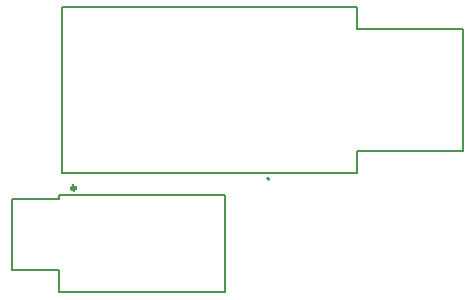
<source format=gbr>
%TF.GenerationSoftware,KiCad,Pcbnew,7.0.2*%
%TF.CreationDate,2024-01-06T11:14:16-08:00*%
%TF.ProjectId,MK_JackAdapter,4d4b5f4a-6163-46b4-9164-61707465722e,1.0*%
%TF.SameCoordinates,Original*%
%TF.FileFunction,Legend,Top*%
%TF.FilePolarity,Positive*%
%FSLAX46Y46*%
G04 Gerber Fmt 4.6, Leading zero omitted, Abs format (unit mm)*
G04 Created by KiCad (PCBNEW 7.0.2) date 2024-01-06 11:14:16*
%MOMM*%
%LPD*%
G01*
G04 APERTURE LIST*
%ADD10C,0.127000*%
%ADD11C,0.340000*%
%ADD12C,0.200000*%
G04 APERTURE END LIST*
D10*
%TO.C,J2*%
X98315000Y-112712500D02*
X102315000Y-112712500D01*
X98315000Y-118712500D02*
X98315000Y-112712500D01*
X102315000Y-112412500D02*
X116315000Y-112412500D01*
X102315000Y-112712500D02*
X102315000Y-112412500D01*
X102315000Y-118712500D02*
X98315000Y-118712500D01*
X102315000Y-120612500D02*
X102315000Y-118712500D01*
X116315000Y-112412500D02*
X116315000Y-120612500D01*
X116315000Y-120612500D02*
X102315000Y-120612500D01*
D11*
X103685000Y-111812500D02*
G75*
G03*
X103685000Y-111812500I-170000J0D01*
G01*
D10*
%TO.C,J1*%
X136515000Y-108705000D02*
X136515000Y-98305000D01*
X136515000Y-108705000D02*
X127515000Y-108705000D01*
X136515000Y-98305000D02*
X127515000Y-98305000D01*
X127515000Y-110505000D02*
X102515000Y-110505000D01*
X127515000Y-108705000D02*
X127515000Y-110505000D01*
X127515000Y-96505000D02*
X127515000Y-98305000D01*
X102515000Y-110505000D02*
X102515000Y-96505000D01*
X102515000Y-96505000D02*
X127515000Y-96505000D01*
D12*
X120115000Y-111005000D02*
G75*
G03*
X120115000Y-111005000I-100000J0D01*
G01*
%TD*%
M02*

</source>
